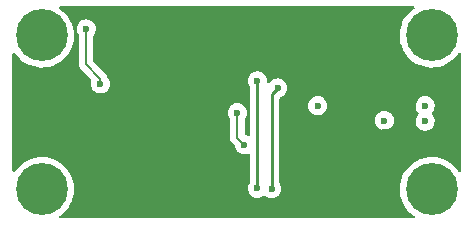
<source format=gbr>
%TF.GenerationSoftware,KiCad,Pcbnew,(6.0.4-0)*%
%TF.CreationDate,2022-08-26T15:35:11-06:00*%
%TF.ProjectId,lm334-source-v2,6c6d3333-342d-4736-9f75-7263652d7632,rev?*%
%TF.SameCoordinates,Original*%
%TF.FileFunction,Copper,L2,Inr*%
%TF.FilePolarity,Positive*%
%FSLAX46Y46*%
G04 Gerber Fmt 4.6, Leading zero omitted, Abs format (unit mm)*
G04 Created by KiCad (PCBNEW (6.0.4-0)) date 2022-08-26 15:35:11*
%MOMM*%
%LPD*%
G01*
G04 APERTURE LIST*
%TA.AperFunction,ComponentPad*%
%ADD10C,0.700000*%
%TD*%
%TA.AperFunction,ComponentPad*%
%ADD11C,4.400000*%
%TD*%
%TA.AperFunction,ViaPad*%
%ADD12C,0.600000*%
%TD*%
%TA.AperFunction,Conductor*%
%ADD13C,0.250000*%
%TD*%
%TA.AperFunction,Conductor*%
%ADD14C,0.200000*%
%TD*%
G04 APERTURE END LIST*
D10*
%TO.N,GNDPWR*%
%TO.C,MH1*%
X101350000Y-84000000D03*
X103000000Y-82350000D03*
X104166726Y-85166726D03*
X104166726Y-82833274D03*
D11*
X103000000Y-84000000D03*
D10*
X104650000Y-84000000D03*
X101833274Y-82833274D03*
X101833274Y-85166726D03*
X103000000Y-85650000D03*
%TD*%
D11*
%TO.N,GNDPWR*%
%TO.C,MH2*%
X136000000Y-84000000D03*
D10*
X137166726Y-82833274D03*
X134350000Y-84000000D03*
X137650000Y-84000000D03*
X137166726Y-85166726D03*
X136000000Y-82350000D03*
X136000000Y-85650000D03*
X134833274Y-85166726D03*
X134833274Y-82833274D03*
%TD*%
%TO.N,GNDPWR*%
%TO.C,MH3*%
X101833274Y-98166726D03*
D11*
X103000000Y-97000000D03*
D10*
X104166726Y-98166726D03*
X101833274Y-95833274D03*
X104166726Y-95833274D03*
X103000000Y-95350000D03*
X104650000Y-97000000D03*
X101350000Y-97000000D03*
X103000000Y-98650000D03*
%TD*%
D11*
%TO.N,GNDPWR*%
%TO.C,MH4*%
X136000000Y-97000000D03*
D10*
X134833274Y-95833274D03*
X134350000Y-97000000D03*
X137650000Y-97000000D03*
X136000000Y-95350000D03*
X137166726Y-98166726D03*
X137166726Y-95833274D03*
X134833274Y-98166726D03*
X136000000Y-98650000D03*
%TD*%
D12*
%TO.N,GND*%
X132050000Y-92200000D03*
X112650000Y-88750000D03*
X127550000Y-91850000D03*
X127450000Y-94350000D03*
X124150000Y-94650000D03*
X116150000Y-89150000D03*
X112650000Y-93650000D03*
%TO.N,+3V3*%
X121250000Y-87850000D03*
X121250000Y-96950000D03*
%TO.N,VD*%
X132000000Y-91200000D03*
X135450000Y-91250000D03*
X122465000Y-96965000D03*
X122950000Y-88450000D03*
%TO.N,/Channel1/I+*%
X107950000Y-88100000D03*
X106750000Y-83450000D03*
%TO.N,/Channel1/buffer/out+*%
X120150000Y-93250000D03*
X119550000Y-90550000D03*
%TO.N,/sda-tx*%
X135450000Y-89950000D03*
X126350000Y-89950000D03*
%TD*%
D13*
%TO.N,GND*%
X127450000Y-94350000D02*
X127450000Y-91950000D01*
X127450000Y-91950000D02*
X127550000Y-91850000D01*
%TO.N,+3V3*%
X121250000Y-87850000D02*
X121250000Y-96950000D01*
%TO.N,VD*%
X122465000Y-96965000D02*
X122465000Y-88935000D01*
X122465000Y-88935000D02*
X122950000Y-88450000D01*
D14*
%TO.N,/Channel1/I+*%
X107950000Y-87650000D02*
X107950000Y-88100000D01*
X106750000Y-86450000D02*
X107950000Y-87650000D01*
X106750000Y-83450000D02*
X106750000Y-86450000D01*
%TO.N,/Channel1/buffer/out+*%
X119550000Y-90550000D02*
X119550000Y-92650000D01*
X119550000Y-92650000D02*
X120150000Y-93250000D01*
%TD*%
%TA.AperFunction,Conductor*%
%TO.N,GND*%
G36*
X134500316Y-81528502D02*
G01*
X134546809Y-81582158D01*
X134556913Y-81652432D01*
X134527419Y-81717012D01*
X134496618Y-81742785D01*
X134478074Y-81753817D01*
X134478068Y-81753821D01*
X134474814Y-81755757D01*
X134216244Y-81955243D01*
X133983513Y-82184347D01*
X133981149Y-82187314D01*
X133981146Y-82187317D01*
X133964220Y-82208558D01*
X133779991Y-82439751D01*
X133608626Y-82717757D01*
X133607037Y-82721204D01*
X133510393Y-82930843D01*
X133471902Y-83014336D01*
X133470741Y-83017940D01*
X133470741Y-83017941D01*
X133462196Y-83044477D01*
X133371797Y-83325192D01*
X133371079Y-83328903D01*
X133371078Y-83328907D01*
X133310482Y-83642105D01*
X133310481Y-83642114D01*
X133309763Y-83645824D01*
X133309496Y-83649600D01*
X133309495Y-83649605D01*
X133287269Y-83963521D01*
X133286698Y-83971585D01*
X133302936Y-84297759D01*
X133303577Y-84301490D01*
X133303578Y-84301498D01*
X133318109Y-84386060D01*
X133358241Y-84619619D01*
X133451814Y-84932504D01*
X133582297Y-85231881D01*
X133584220Y-85235152D01*
X133584222Y-85235156D01*
X133626584Y-85307215D01*
X133747802Y-85513414D01*
X133750103Y-85516429D01*
X133943631Y-85770012D01*
X133943636Y-85770017D01*
X133945931Y-85773025D01*
X134173814Y-86006953D01*
X134246635Y-86065607D01*
X134425196Y-86209431D01*
X134425201Y-86209435D01*
X134428149Y-86211809D01*
X134705253Y-86384627D01*
X135001112Y-86522903D01*
X135311440Y-86624634D01*
X135631742Y-86688346D01*
X135635514Y-86688633D01*
X135635522Y-86688634D01*
X135953602Y-86712829D01*
X135953607Y-86712829D01*
X135957379Y-86713116D01*
X136283633Y-86698586D01*
X136343425Y-86688634D01*
X136602037Y-86645590D01*
X136602042Y-86645589D01*
X136605778Y-86644967D01*
X136919149Y-86553034D01*
X136922616Y-86551544D01*
X136922620Y-86551543D01*
X137215721Y-86425616D01*
X137215723Y-86425615D01*
X137219205Y-86424119D01*
X137501601Y-86260091D01*
X137762245Y-86063324D01*
X137997363Y-85836670D01*
X138203549Y-85583410D01*
X138258939Y-85495622D01*
X138312205Y-85448685D01*
X138382392Y-85437996D01*
X138447217Y-85466951D01*
X138486096Y-85526355D01*
X138491500Y-85562859D01*
X138491500Y-95433521D01*
X138471498Y-95501642D01*
X138417842Y-95548135D01*
X138347568Y-95558239D01*
X138282988Y-95528745D01*
X138257557Y-95498515D01*
X138236226Y-95463084D01*
X138233899Y-95460100D01*
X138233894Y-95460093D01*
X138037726Y-95208558D01*
X138037724Y-95208556D01*
X138035390Y-95205563D01*
X137805070Y-94974034D01*
X137548603Y-94771852D01*
X137269705Y-94601945D01*
X137266261Y-94600379D01*
X137266257Y-94600377D01*
X137155667Y-94550095D01*
X136972414Y-94466775D01*
X136661037Y-94368300D01*
X136443492Y-94327390D01*
X136343809Y-94308645D01*
X136343807Y-94308645D01*
X136340086Y-94307945D01*
X136014208Y-94286586D01*
X136010428Y-94286794D01*
X136010427Y-94286794D01*
X135912897Y-94292162D01*
X135688124Y-94304532D01*
X135684397Y-94305193D01*
X135684393Y-94305193D01*
X135527340Y-94333027D01*
X135366557Y-94361522D01*
X135362941Y-94362624D01*
X135362933Y-94362626D01*
X135057789Y-94455627D01*
X135054167Y-94456731D01*
X134755477Y-94588781D01*
X134730041Y-94603914D01*
X134478074Y-94753817D01*
X134478068Y-94753821D01*
X134474814Y-94755757D01*
X134216244Y-94955243D01*
X133983513Y-95184347D01*
X133981149Y-95187314D01*
X133981146Y-95187317D01*
X133964220Y-95208558D01*
X133779991Y-95439751D01*
X133608626Y-95717757D01*
X133471902Y-96014336D01*
X133470741Y-96017940D01*
X133470741Y-96017941D01*
X133462196Y-96044477D01*
X133371797Y-96325192D01*
X133371079Y-96328903D01*
X133371078Y-96328907D01*
X133310482Y-96642105D01*
X133310481Y-96642114D01*
X133309763Y-96645824D01*
X133309496Y-96649600D01*
X133309495Y-96649605D01*
X133288534Y-96945653D01*
X133286698Y-96971585D01*
X133288003Y-96997790D01*
X133294378Y-97125844D01*
X133302936Y-97297759D01*
X133303577Y-97301490D01*
X133303578Y-97301498D01*
X133357116Y-97613069D01*
X133358241Y-97619619D01*
X133359329Y-97623258D01*
X133359330Y-97623261D01*
X133401013Y-97762637D01*
X133451814Y-97932504D01*
X133582297Y-98231881D01*
X133584220Y-98235152D01*
X133584222Y-98235156D01*
X133626584Y-98307215D01*
X133747802Y-98513414D01*
X133750103Y-98516429D01*
X133943631Y-98770012D01*
X133943636Y-98770017D01*
X133945931Y-98773025D01*
X134173814Y-99006953D01*
X134246635Y-99065607D01*
X134425196Y-99209431D01*
X134425201Y-99209435D01*
X134428149Y-99211809D01*
X134431371Y-99213818D01*
X134431376Y-99213822D01*
X134503156Y-99258588D01*
X134550373Y-99311607D01*
X134561429Y-99381738D01*
X134532815Y-99446713D01*
X134473615Y-99485903D01*
X134436480Y-99491500D01*
X104570222Y-99491500D01*
X104502101Y-99471498D01*
X104455608Y-99417842D01*
X104445504Y-99347568D01*
X104474998Y-99282988D01*
X104499890Y-99261085D01*
X104501601Y-99260091D01*
X104504623Y-99257810D01*
X104504627Y-99257807D01*
X104759221Y-99065607D01*
X104759222Y-99065606D01*
X104762245Y-99063324D01*
X104997363Y-98836670D01*
X105203549Y-98583410D01*
X105255429Y-98501185D01*
X105375788Y-98310428D01*
X105375790Y-98310425D01*
X105377815Y-98307215D01*
X105517638Y-98012084D01*
X105544188Y-97932504D01*
X105619790Y-97705897D01*
X105619792Y-97705891D01*
X105620992Y-97702293D01*
X105686381Y-97382329D01*
X105689599Y-97342773D01*
X105712674Y-97059061D01*
X105712856Y-97056826D01*
X105713451Y-97000000D01*
X105712711Y-96987717D01*
X105694026Y-96677793D01*
X105694026Y-96677789D01*
X105693798Y-96674015D01*
X105688650Y-96645824D01*
X105635805Y-96356473D01*
X105635804Y-96356469D01*
X105635125Y-96352751D01*
X105627722Y-96328907D01*
X105539404Y-96044477D01*
X105538282Y-96040863D01*
X105404670Y-95742869D01*
X105236226Y-95463084D01*
X105233899Y-95460100D01*
X105233894Y-95460093D01*
X105037726Y-95208558D01*
X105037724Y-95208556D01*
X105035390Y-95205563D01*
X104805070Y-94974034D01*
X104548603Y-94771852D01*
X104269705Y-94601945D01*
X104266261Y-94600379D01*
X104266257Y-94600377D01*
X104155667Y-94550095D01*
X103972414Y-94466775D01*
X103661037Y-94368300D01*
X103443492Y-94327390D01*
X103343809Y-94308645D01*
X103343807Y-94308645D01*
X103340086Y-94307945D01*
X103014208Y-94286586D01*
X103010428Y-94286794D01*
X103010427Y-94286794D01*
X102912897Y-94292162D01*
X102688124Y-94304532D01*
X102684397Y-94305193D01*
X102684393Y-94305193D01*
X102527340Y-94333027D01*
X102366557Y-94361522D01*
X102362941Y-94362624D01*
X102362933Y-94362626D01*
X102057789Y-94455627D01*
X102054167Y-94456731D01*
X101755477Y-94588781D01*
X101730041Y-94603914D01*
X101478074Y-94753817D01*
X101478068Y-94753821D01*
X101474814Y-94755757D01*
X101216244Y-94955243D01*
X100983513Y-95184347D01*
X100981149Y-95187314D01*
X100981146Y-95187317D01*
X100964220Y-95208558D01*
X100779991Y-95439751D01*
X100778000Y-95442981D01*
X100741760Y-95501773D01*
X100688988Y-95549266D01*
X100618916Y-95560690D01*
X100553792Y-95532416D01*
X100514293Y-95473422D01*
X100508500Y-95435657D01*
X100508500Y-90538640D01*
X118736463Y-90538640D01*
X118754163Y-90719160D01*
X118811418Y-90891273D01*
X118815065Y-90897295D01*
X118815066Y-90897297D01*
X118901730Y-91040398D01*
X118901733Y-91040401D01*
X118905380Y-91046424D01*
X118910275Y-91051492D01*
X118914571Y-91057071D01*
X118912243Y-91058864D01*
X118939071Y-91110115D01*
X118941500Y-91134734D01*
X118941500Y-92601864D01*
X118940422Y-92618307D01*
X118936250Y-92650000D01*
X118941500Y-92689880D01*
X118941500Y-92689885D01*
X118947541Y-92735771D01*
X118957162Y-92808851D01*
X119018476Y-92956876D01*
X119023503Y-92963427D01*
X119023504Y-92963429D01*
X119091520Y-93052069D01*
X119091526Y-93052075D01*
X119116013Y-93083987D01*
X119122568Y-93089017D01*
X119141379Y-93103452D01*
X119153770Y-93114319D01*
X119310907Y-93271456D01*
X119344933Y-93333768D01*
X119347211Y-93348256D01*
X119354163Y-93419160D01*
X119411418Y-93591273D01*
X119505380Y-93746424D01*
X119631382Y-93876902D01*
X119783159Y-93976222D01*
X119789763Y-93978678D01*
X119789765Y-93978679D01*
X119946558Y-94036990D01*
X119946560Y-94036990D01*
X119953168Y-94039448D01*
X120036995Y-94050633D01*
X120125980Y-94062507D01*
X120125984Y-94062507D01*
X120132961Y-94063438D01*
X120139972Y-94062800D01*
X120139976Y-94062800D01*
X120282459Y-94049832D01*
X120313600Y-94046998D01*
X120320302Y-94044820D01*
X120320304Y-94044820D01*
X120451564Y-94002171D01*
X120522532Y-94000144D01*
X120583330Y-94036806D01*
X120614655Y-94100518D01*
X120616500Y-94122004D01*
X120616500Y-96403331D01*
X120596411Y-96471586D01*
X120525054Y-96582310D01*
X120525050Y-96582319D01*
X120521235Y-96588238D01*
X120518826Y-96594858D01*
X120518825Y-96594859D01*
X120488639Y-96677793D01*
X120459197Y-96758685D01*
X120436463Y-96938640D01*
X120454163Y-97119160D01*
X120511418Y-97291273D01*
X120515065Y-97297295D01*
X120515066Y-97297297D01*
X120568823Y-97386060D01*
X120605380Y-97446424D01*
X120731382Y-97576902D01*
X120883159Y-97676222D01*
X120889763Y-97678678D01*
X120889765Y-97678679D01*
X121046558Y-97736990D01*
X121046560Y-97736990D01*
X121053168Y-97739448D01*
X121136995Y-97750633D01*
X121225980Y-97762507D01*
X121225984Y-97762507D01*
X121232961Y-97763438D01*
X121239972Y-97762800D01*
X121239976Y-97762800D01*
X121382459Y-97749832D01*
X121413600Y-97746998D01*
X121420302Y-97744820D01*
X121420304Y-97744820D01*
X121579409Y-97693124D01*
X121579412Y-97693123D01*
X121586108Y-97690947D01*
X121712044Y-97615874D01*
X121735860Y-97601677D01*
X121735862Y-97601676D01*
X121741912Y-97598069D01*
X121760920Y-97579968D01*
X121824045Y-97547476D01*
X121894716Y-97554269D01*
X121938444Y-97583682D01*
X121946382Y-97591902D01*
X121961320Y-97601677D01*
X122092227Y-97687340D01*
X122098159Y-97691222D01*
X122104763Y-97693678D01*
X122104765Y-97693679D01*
X122261558Y-97751990D01*
X122261560Y-97751990D01*
X122268168Y-97754448D01*
X122335544Y-97763438D01*
X122440980Y-97777507D01*
X122440984Y-97777507D01*
X122447961Y-97778438D01*
X122454972Y-97777800D01*
X122454976Y-97777800D01*
X122597459Y-97764832D01*
X122628600Y-97761998D01*
X122635302Y-97759820D01*
X122635304Y-97759820D01*
X122794409Y-97708124D01*
X122794412Y-97708123D01*
X122801108Y-97705947D01*
X122939815Y-97623261D01*
X122950860Y-97616677D01*
X122950862Y-97616676D01*
X122956912Y-97613069D01*
X123088266Y-97487982D01*
X123188643Y-97336902D01*
X123253055Y-97167338D01*
X123268272Y-97059061D01*
X123277748Y-96991639D01*
X123277748Y-96991636D01*
X123278299Y-96987717D01*
X123278616Y-96965000D01*
X123258397Y-96784745D01*
X123247017Y-96752066D01*
X123201064Y-96620106D01*
X123201062Y-96620103D01*
X123198745Y-96613448D01*
X123117646Y-96483661D01*
X123098500Y-96416892D01*
X123098500Y-91188640D01*
X131186463Y-91188640D01*
X131204163Y-91369160D01*
X131261418Y-91541273D01*
X131265065Y-91547295D01*
X131265066Y-91547297D01*
X131275978Y-91565314D01*
X131355380Y-91696424D01*
X131481382Y-91826902D01*
X131633159Y-91926222D01*
X131639763Y-91928678D01*
X131639765Y-91928679D01*
X131796558Y-91986990D01*
X131796560Y-91986990D01*
X131803168Y-91989448D01*
X131886995Y-92000633D01*
X131975980Y-92012507D01*
X131975984Y-92012507D01*
X131982961Y-92013438D01*
X131989972Y-92012800D01*
X131989976Y-92012800D01*
X132132459Y-91999832D01*
X132163600Y-91996998D01*
X132170302Y-91994820D01*
X132170304Y-91994820D01*
X132329409Y-91943124D01*
X132329412Y-91943123D01*
X132336108Y-91940947D01*
X132491912Y-91848069D01*
X132623266Y-91722982D01*
X132723643Y-91571902D01*
X132781665Y-91419160D01*
X132785555Y-91408920D01*
X132785556Y-91408918D01*
X132788055Y-91402338D01*
X132789035Y-91395366D01*
X132811061Y-91238640D01*
X134636463Y-91238640D01*
X134654163Y-91419160D01*
X134711418Y-91591273D01*
X134715065Y-91597295D01*
X134715066Y-91597297D01*
X134794126Y-91727841D01*
X134805380Y-91746424D01*
X134931382Y-91876902D01*
X135083159Y-91976222D01*
X135089763Y-91978678D01*
X135089765Y-91978679D01*
X135246558Y-92036990D01*
X135246560Y-92036990D01*
X135253168Y-92039448D01*
X135336995Y-92050633D01*
X135425980Y-92062507D01*
X135425984Y-92062507D01*
X135432961Y-92063438D01*
X135439972Y-92062800D01*
X135439976Y-92062800D01*
X135582459Y-92049832D01*
X135613600Y-92046998D01*
X135620302Y-92044820D01*
X135620304Y-92044820D01*
X135779409Y-91993124D01*
X135779412Y-91993123D01*
X135786108Y-91990947D01*
X135941912Y-91898069D01*
X136073266Y-91772982D01*
X136173643Y-91621902D01*
X136238055Y-91452338D01*
X136239035Y-91445366D01*
X136262748Y-91276639D01*
X136262748Y-91276636D01*
X136263299Y-91272717D01*
X136263616Y-91250000D01*
X136243397Y-91069745D01*
X136239608Y-91058864D01*
X136186064Y-90905106D01*
X136186062Y-90905103D01*
X136183745Y-90898448D01*
X136152502Y-90848448D01*
X136091359Y-90750598D01*
X136087626Y-90744624D01*
X136033012Y-90689627D01*
X136032667Y-90689280D01*
X135998860Y-90626849D01*
X136004172Y-90556052D01*
X136035181Y-90509251D01*
X136068159Y-90477846D01*
X136068162Y-90477843D01*
X136073266Y-90472982D01*
X136173643Y-90321902D01*
X136238055Y-90152338D01*
X136239035Y-90145366D01*
X136262748Y-89976639D01*
X136262748Y-89976636D01*
X136263299Y-89972717D01*
X136263616Y-89950000D01*
X136243397Y-89769745D01*
X136240088Y-89760243D01*
X136186064Y-89605106D01*
X136186062Y-89605103D01*
X136183745Y-89598448D01*
X136087626Y-89444624D01*
X135987155Y-89343449D01*
X135964778Y-89320915D01*
X135964774Y-89320912D01*
X135959815Y-89315918D01*
X135948697Y-89308862D01*
X135851214Y-89246998D01*
X135806666Y-89218727D01*
X135777463Y-89208328D01*
X135642425Y-89160243D01*
X135642420Y-89160242D01*
X135635790Y-89157881D01*
X135628802Y-89157048D01*
X135628799Y-89157047D01*
X135505698Y-89142368D01*
X135455680Y-89136404D01*
X135448677Y-89137140D01*
X135448676Y-89137140D01*
X135282288Y-89154628D01*
X135282286Y-89154629D01*
X135275288Y-89155364D01*
X135103579Y-89213818D01*
X135049646Y-89246998D01*
X134955095Y-89305166D01*
X134955092Y-89305168D01*
X134949088Y-89308862D01*
X134944053Y-89313793D01*
X134944050Y-89313795D01*
X134824525Y-89430843D01*
X134819493Y-89435771D01*
X134721235Y-89588238D01*
X134718826Y-89594858D01*
X134718824Y-89594861D01*
X134667307Y-89736404D01*
X134659197Y-89758685D01*
X134636463Y-89938640D01*
X134654163Y-90119160D01*
X134711418Y-90291273D01*
X134715065Y-90297295D01*
X134715066Y-90297297D01*
X134782038Y-90407881D01*
X134805380Y-90446424D01*
X134831027Y-90472982D01*
X134868932Y-90512234D01*
X134901864Y-90575131D01*
X134895564Y-90645847D01*
X134866453Y-90689784D01*
X134829630Y-90725844D01*
X134819493Y-90735771D01*
X134721235Y-90888238D01*
X134718826Y-90894858D01*
X134718824Y-90894861D01*
X134665853Y-91040398D01*
X134659197Y-91058685D01*
X134636463Y-91238640D01*
X132811061Y-91238640D01*
X132812748Y-91226639D01*
X132812748Y-91226636D01*
X132813299Y-91222717D01*
X132813616Y-91200000D01*
X132793397Y-91019745D01*
X132791080Y-91013091D01*
X132736064Y-90855106D01*
X132736062Y-90855103D01*
X132733745Y-90848448D01*
X132637626Y-90694624D01*
X132615521Y-90672364D01*
X132514778Y-90570915D01*
X132514774Y-90570912D01*
X132509815Y-90565918D01*
X132498697Y-90558862D01*
X132371027Y-90477841D01*
X132356666Y-90468727D01*
X132294032Y-90446424D01*
X132192425Y-90410243D01*
X132192420Y-90410242D01*
X132185790Y-90407881D01*
X132178802Y-90407048D01*
X132178799Y-90407047D01*
X132055698Y-90392368D01*
X132005680Y-90386404D01*
X131998677Y-90387140D01*
X131998676Y-90387140D01*
X131832288Y-90404628D01*
X131832286Y-90404629D01*
X131825288Y-90405364D01*
X131653579Y-90463818D01*
X131630785Y-90477841D01*
X131505095Y-90555166D01*
X131505092Y-90555168D01*
X131499088Y-90558862D01*
X131494053Y-90563793D01*
X131494050Y-90563795D01*
X131379244Y-90676222D01*
X131369493Y-90685771D01*
X131271235Y-90838238D01*
X131268826Y-90844858D01*
X131268824Y-90844861D01*
X131211606Y-91002066D01*
X131209197Y-91008685D01*
X131186463Y-91188640D01*
X123098500Y-91188640D01*
X123098500Y-89938640D01*
X125536463Y-89938640D01*
X125554163Y-90119160D01*
X125611418Y-90291273D01*
X125615065Y-90297295D01*
X125615066Y-90297297D01*
X125682038Y-90407881D01*
X125705380Y-90446424D01*
X125710269Y-90451487D01*
X125710270Y-90451488D01*
X125726918Y-90468727D01*
X125831382Y-90576902D01*
X125983159Y-90676222D01*
X125989763Y-90678678D01*
X125989765Y-90678679D01*
X126146558Y-90736990D01*
X126146560Y-90736990D01*
X126153168Y-90739448D01*
X126236732Y-90750598D01*
X126325980Y-90762507D01*
X126325984Y-90762507D01*
X126332961Y-90763438D01*
X126339972Y-90762800D01*
X126339976Y-90762800D01*
X126482459Y-90749832D01*
X126513600Y-90746998D01*
X126520302Y-90744820D01*
X126520304Y-90744820D01*
X126679409Y-90693124D01*
X126679412Y-90693123D01*
X126686108Y-90690947D01*
X126841912Y-90598069D01*
X126973266Y-90472982D01*
X127073643Y-90321902D01*
X127138055Y-90152338D01*
X127139035Y-90145366D01*
X127162748Y-89976639D01*
X127162748Y-89976636D01*
X127163299Y-89972717D01*
X127163616Y-89950000D01*
X127143397Y-89769745D01*
X127140088Y-89760243D01*
X127086064Y-89605106D01*
X127086062Y-89605103D01*
X127083745Y-89598448D01*
X126987626Y-89444624D01*
X126887155Y-89343449D01*
X126864778Y-89320915D01*
X126864774Y-89320912D01*
X126859815Y-89315918D01*
X126848697Y-89308862D01*
X126751214Y-89246998D01*
X126706666Y-89218727D01*
X126677463Y-89208328D01*
X126542425Y-89160243D01*
X126542420Y-89160242D01*
X126535790Y-89157881D01*
X126528802Y-89157048D01*
X126528799Y-89157047D01*
X126405698Y-89142368D01*
X126355680Y-89136404D01*
X126348677Y-89137140D01*
X126348676Y-89137140D01*
X126182288Y-89154628D01*
X126182286Y-89154629D01*
X126175288Y-89155364D01*
X126003579Y-89213818D01*
X125949646Y-89246998D01*
X125855095Y-89305166D01*
X125855092Y-89305168D01*
X125849088Y-89308862D01*
X125844053Y-89313793D01*
X125844050Y-89313795D01*
X125724525Y-89430843D01*
X125719493Y-89435771D01*
X125621235Y-89588238D01*
X125618826Y-89594858D01*
X125618824Y-89594861D01*
X125567307Y-89736404D01*
X125559197Y-89758685D01*
X125536463Y-89938640D01*
X123098500Y-89938640D01*
X123098500Y-89343449D01*
X123118502Y-89275328D01*
X123172158Y-89228835D01*
X123185564Y-89223616D01*
X123279408Y-89193124D01*
X123286108Y-89190947D01*
X123441912Y-89098069D01*
X123573266Y-88972982D01*
X123673643Y-88821902D01*
X123738055Y-88652338D01*
X123744011Y-88609959D01*
X123762748Y-88476639D01*
X123762748Y-88476636D01*
X123763299Y-88472717D01*
X123763616Y-88450000D01*
X123743397Y-88269745D01*
X123741080Y-88263091D01*
X123686064Y-88105106D01*
X123686062Y-88105103D01*
X123683745Y-88098448D01*
X123587626Y-87944624D01*
X123573941Y-87930843D01*
X123464778Y-87820915D01*
X123464774Y-87820912D01*
X123459815Y-87815918D01*
X123448697Y-87808862D01*
X123353499Y-87748448D01*
X123306666Y-87718727D01*
X123277463Y-87708328D01*
X123142425Y-87660243D01*
X123142420Y-87660242D01*
X123135790Y-87657881D01*
X123128802Y-87657048D01*
X123128799Y-87657047D01*
X123005698Y-87642368D01*
X122955680Y-87636404D01*
X122948677Y-87637140D01*
X122948676Y-87637140D01*
X122782288Y-87654628D01*
X122782286Y-87654629D01*
X122775288Y-87655364D01*
X122603579Y-87713818D01*
X122597575Y-87717512D01*
X122455095Y-87805166D01*
X122455092Y-87805168D01*
X122449088Y-87808862D01*
X122444053Y-87813793D01*
X122444050Y-87813795D01*
X122353907Y-87902070D01*
X122319493Y-87935771D01*
X122315680Y-87941688D01*
X122315679Y-87941689D01*
X122290956Y-87980052D01*
X122237241Y-88026476D01*
X122166954Y-88036490D01*
X122102411Y-88006915D01*
X122064104Y-87947140D01*
X122060271Y-87894261D01*
X122063299Y-87872717D01*
X122063616Y-87850000D01*
X122043397Y-87669745D01*
X122040088Y-87660243D01*
X121986064Y-87505106D01*
X121986062Y-87505103D01*
X121983745Y-87498448D01*
X121887626Y-87344624D01*
X121873941Y-87330843D01*
X121764778Y-87220915D01*
X121764774Y-87220912D01*
X121759815Y-87215918D01*
X121748697Y-87208862D01*
X121700538Y-87178300D01*
X121606666Y-87118727D01*
X121577463Y-87108328D01*
X121442425Y-87060243D01*
X121442420Y-87060242D01*
X121435790Y-87057881D01*
X121428802Y-87057048D01*
X121428799Y-87057047D01*
X121305698Y-87042368D01*
X121255680Y-87036404D01*
X121248677Y-87037140D01*
X121248676Y-87037140D01*
X121082288Y-87054628D01*
X121082286Y-87054629D01*
X121075288Y-87055364D01*
X120903579Y-87113818D01*
X120897575Y-87117512D01*
X120755095Y-87205166D01*
X120755092Y-87205168D01*
X120749088Y-87208862D01*
X120744053Y-87213793D01*
X120744050Y-87213795D01*
X120624525Y-87330843D01*
X120619493Y-87335771D01*
X120521235Y-87488238D01*
X120518826Y-87494858D01*
X120518824Y-87494861D01*
X120482513Y-87594624D01*
X120459197Y-87658685D01*
X120436463Y-87838640D01*
X120454163Y-88019160D01*
X120511418Y-88191273D01*
X120515065Y-88197295D01*
X120515066Y-88197297D01*
X120598276Y-88334694D01*
X120616500Y-88399965D01*
X120616500Y-92379221D01*
X120596498Y-92447342D01*
X120542842Y-92493835D01*
X120472568Y-92503939D01*
X120448233Y-92497920D01*
X120342425Y-92460243D01*
X120342420Y-92460242D01*
X120335790Y-92457881D01*
X120328802Y-92457048D01*
X120328799Y-92457047D01*
X120269581Y-92449986D01*
X120204308Y-92422058D01*
X120164495Y-92363275D01*
X120158500Y-92324872D01*
X120158500Y-91133248D01*
X120179552Y-91063521D01*
X120269742Y-90927773D01*
X120273643Y-90921902D01*
X120315423Y-90811917D01*
X120335555Y-90758920D01*
X120335556Y-90758918D01*
X120338055Y-90752338D01*
X120339736Y-90740380D01*
X120362748Y-90576639D01*
X120362748Y-90576636D01*
X120363299Y-90572717D01*
X120363616Y-90550000D01*
X120343397Y-90369745D01*
X120341080Y-90363091D01*
X120286064Y-90205106D01*
X120286062Y-90205103D01*
X120283745Y-90198448D01*
X120187626Y-90044624D01*
X120120114Y-89976639D01*
X120064778Y-89920915D01*
X120064774Y-89920912D01*
X120059815Y-89915918D01*
X120048697Y-89908862D01*
X120000538Y-89878300D01*
X119906666Y-89818727D01*
X119877463Y-89808328D01*
X119742425Y-89760243D01*
X119742420Y-89760242D01*
X119735790Y-89757881D01*
X119728802Y-89757048D01*
X119728799Y-89757047D01*
X119605698Y-89742368D01*
X119555680Y-89736404D01*
X119548677Y-89737140D01*
X119548676Y-89737140D01*
X119382288Y-89754628D01*
X119382286Y-89754629D01*
X119375288Y-89755364D01*
X119203579Y-89813818D01*
X119197575Y-89817512D01*
X119055095Y-89905166D01*
X119055092Y-89905168D01*
X119049088Y-89908862D01*
X119044053Y-89913793D01*
X119044050Y-89913795D01*
X118924525Y-90030843D01*
X118919493Y-90035771D01*
X118821235Y-90188238D01*
X118818826Y-90194858D01*
X118818824Y-90194861D01*
X118774983Y-90315314D01*
X118759197Y-90358685D01*
X118736463Y-90538640D01*
X100508500Y-90538640D01*
X100508500Y-85569306D01*
X100528502Y-85501185D01*
X100582158Y-85454692D01*
X100652432Y-85444588D01*
X100717012Y-85474082D01*
X100743122Y-85505453D01*
X100747802Y-85513414D01*
X100750103Y-85516429D01*
X100943631Y-85770012D01*
X100943636Y-85770017D01*
X100945931Y-85773025D01*
X101173814Y-86006953D01*
X101246635Y-86065607D01*
X101425196Y-86209431D01*
X101425201Y-86209435D01*
X101428149Y-86211809D01*
X101705253Y-86384627D01*
X102001112Y-86522903D01*
X102311440Y-86624634D01*
X102631742Y-86688346D01*
X102635514Y-86688633D01*
X102635522Y-86688634D01*
X102953602Y-86712829D01*
X102953607Y-86712829D01*
X102957379Y-86713116D01*
X103283633Y-86698586D01*
X103343425Y-86688634D01*
X103602037Y-86645590D01*
X103602042Y-86645589D01*
X103605778Y-86644967D01*
X103919149Y-86553034D01*
X103922616Y-86551544D01*
X103922620Y-86551543D01*
X104215721Y-86425616D01*
X104215723Y-86425615D01*
X104219205Y-86424119D01*
X104501601Y-86260091D01*
X104762245Y-86063324D01*
X104997363Y-85836670D01*
X105203549Y-85583410D01*
X105255429Y-85501185D01*
X105375788Y-85310428D01*
X105375790Y-85310425D01*
X105377815Y-85307215D01*
X105517638Y-85012084D01*
X105544188Y-84932504D01*
X105619790Y-84705897D01*
X105619792Y-84705891D01*
X105620992Y-84702293D01*
X105686381Y-84382329D01*
X105692956Y-84301498D01*
X105712674Y-84059061D01*
X105712856Y-84056826D01*
X105713451Y-84000000D01*
X105711510Y-83967796D01*
X105694026Y-83677793D01*
X105694026Y-83677789D01*
X105693798Y-83674015D01*
X105691042Y-83658920D01*
X105650811Y-83438640D01*
X105936463Y-83438640D01*
X105954163Y-83619160D01*
X106011418Y-83791273D01*
X106015065Y-83797295D01*
X106015066Y-83797297D01*
X106101730Y-83940398D01*
X106101733Y-83940401D01*
X106105380Y-83946424D01*
X106110275Y-83951492D01*
X106114571Y-83957071D01*
X106112243Y-83958864D01*
X106139071Y-84010115D01*
X106141500Y-84034734D01*
X106141500Y-86401864D01*
X106140422Y-86418307D01*
X106136250Y-86450000D01*
X106141500Y-86489880D01*
X106141500Y-86489885D01*
X106143951Y-86508500D01*
X106149618Y-86551543D01*
X106157162Y-86608851D01*
X106218476Y-86756876D01*
X106223503Y-86763427D01*
X106223504Y-86763429D01*
X106291520Y-86852069D01*
X106291526Y-86852075D01*
X106316013Y-86883987D01*
X106322568Y-86889017D01*
X106341379Y-86903452D01*
X106353770Y-86914319D01*
X107152855Y-87713404D01*
X107186881Y-87775716D01*
X107182161Y-87845592D01*
X107159197Y-87908685D01*
X107136463Y-88088640D01*
X107154163Y-88269160D01*
X107211418Y-88441273D01*
X107215065Y-88447295D01*
X107215066Y-88447297D01*
X107283127Y-88559679D01*
X107305380Y-88596424D01*
X107310269Y-88601487D01*
X107310270Y-88601488D01*
X107325357Y-88617111D01*
X107431382Y-88726902D01*
X107583159Y-88826222D01*
X107589763Y-88828678D01*
X107589765Y-88828679D01*
X107746558Y-88886990D01*
X107746560Y-88886990D01*
X107753168Y-88889448D01*
X107836995Y-88900633D01*
X107925980Y-88912507D01*
X107925984Y-88912507D01*
X107932961Y-88913438D01*
X107939972Y-88912800D01*
X107939976Y-88912800D01*
X108082459Y-88899832D01*
X108113600Y-88896998D01*
X108120302Y-88894820D01*
X108120304Y-88894820D01*
X108279409Y-88843124D01*
X108279412Y-88843123D01*
X108286108Y-88840947D01*
X108441912Y-88748069D01*
X108573266Y-88622982D01*
X108673643Y-88471902D01*
X108738055Y-88302338D01*
X108741652Y-88276744D01*
X108762748Y-88126639D01*
X108762748Y-88126636D01*
X108763299Y-88122717D01*
X108763616Y-88100000D01*
X108743397Y-87919745D01*
X108741080Y-87913091D01*
X108686064Y-87755106D01*
X108686062Y-87755103D01*
X108683745Y-87748448D01*
X108587626Y-87594624D01*
X108581667Y-87588624D01*
X108581235Y-87587825D01*
X108578284Y-87584102D01*
X108578938Y-87583584D01*
X108547856Y-87526196D01*
X108546146Y-87516279D01*
X108543916Y-87499339D01*
X108542838Y-87491150D01*
X108481524Y-87343125D01*
X108427129Y-87272236D01*
X108408477Y-87247928D01*
X108408474Y-87247925D01*
X108383987Y-87216013D01*
X108374668Y-87208862D01*
X108358621Y-87196548D01*
X108346230Y-87185681D01*
X107395405Y-86234856D01*
X107361379Y-86172544D01*
X107358500Y-86145761D01*
X107358500Y-84033248D01*
X107379552Y-83963521D01*
X107469742Y-83827773D01*
X107473643Y-83821902D01*
X107515423Y-83711917D01*
X107535555Y-83658920D01*
X107535556Y-83658918D01*
X107538055Y-83652338D01*
X107539493Y-83642105D01*
X107562748Y-83476639D01*
X107562748Y-83476636D01*
X107563299Y-83472717D01*
X107563616Y-83450000D01*
X107543397Y-83269745D01*
X107541080Y-83263091D01*
X107486064Y-83105106D01*
X107486062Y-83105103D01*
X107483745Y-83098448D01*
X107473662Y-83082312D01*
X107391359Y-82950598D01*
X107387626Y-82944624D01*
X107382664Y-82939627D01*
X107264778Y-82820915D01*
X107264774Y-82820912D01*
X107259815Y-82815918D01*
X107248697Y-82808862D01*
X107150174Y-82746338D01*
X107106666Y-82718727D01*
X107077463Y-82708328D01*
X106942425Y-82660243D01*
X106942420Y-82660242D01*
X106935790Y-82657881D01*
X106928802Y-82657048D01*
X106928799Y-82657047D01*
X106805698Y-82642368D01*
X106755680Y-82636404D01*
X106748677Y-82637140D01*
X106748676Y-82637140D01*
X106582288Y-82654628D01*
X106582286Y-82654629D01*
X106575288Y-82655364D01*
X106403579Y-82713818D01*
X106389457Y-82722506D01*
X106255095Y-82805166D01*
X106255092Y-82805168D01*
X106249088Y-82808862D01*
X106244053Y-82813793D01*
X106244050Y-82813795D01*
X106124525Y-82930843D01*
X106119493Y-82935771D01*
X106021235Y-83088238D01*
X106018826Y-83094858D01*
X106018824Y-83094861D01*
X105961606Y-83252066D01*
X105959197Y-83258685D01*
X105936463Y-83438640D01*
X105650811Y-83438640D01*
X105635805Y-83356473D01*
X105635804Y-83356469D01*
X105635125Y-83352751D01*
X105627722Y-83328907D01*
X105539404Y-83044477D01*
X105538282Y-83040863D01*
X105404670Y-82742869D01*
X105236226Y-82463084D01*
X105233899Y-82460100D01*
X105233894Y-82460093D01*
X105037726Y-82208558D01*
X105037724Y-82208556D01*
X105035390Y-82205563D01*
X104805070Y-81974034D01*
X104548603Y-81771852D01*
X104522184Y-81755757D01*
X104499774Y-81742105D01*
X104452005Y-81689582D01*
X104440216Y-81619571D01*
X104468148Y-81554300D01*
X104526934Y-81514492D01*
X104565328Y-81508500D01*
X134432195Y-81508500D01*
X134500316Y-81528502D01*
G37*
%TD.AperFunction*%
%TD*%
M02*

</source>
